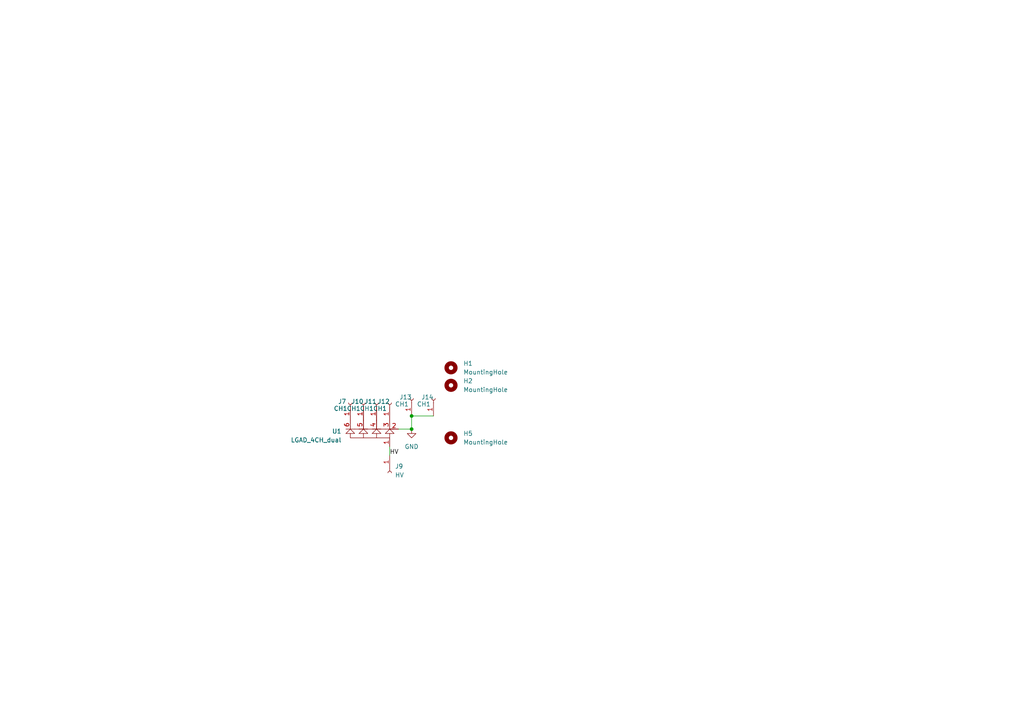
<source format=kicad_sch>
(kicad_sch (version 20230121) (generator eeschema)
  (paper "A4")
  (title_block (title "LGAD carrier board compatible with Chubut 2") (date "2022-08-15") (company "Universität Zürich") (comment 1 "Matias Senger"))
  (lib_symbols
    (symbol "Connector:Conn_01x01_Female" (pin_names (offset 1.016) hide)
      (property "Reference" "J" (at 0 2.54 0))
      (property "Value" "Conn_01x01_Female" (at 0 -2.54 0))
      (symbol "Conn_01x01_Female_1_1"
        (polyline (pts (xy -1.27 0) (xy -0.508 0)) (stroke (width 0.1524)))
        (arc (start 0 0.508) (mid -0.5058 0) (end 0 -0.508) (stroke (width 0.1524)))
        (pin passive line (at -5.08 0 0) (length 3.81) (name "Pin_1") (number "1"))
      )
    )
    (symbol "LGAD:LGAD_4_pad"
      (property "Reference" "U" (at 2.5303 -1.8112 0))
      (property "Value" "LGAD_4CH_dual" (at 9.285 -3.9605 0))
      (symbol "LGAD_4_pad_0_1"
        (polyline (pts (xy -12.7 2.54) (xy -10.16 2.54)))
        (polyline (pts (xy -10.16 2.54) (xy -1.27 2.54)))
        (polyline (pts (xy -8.89 2.54) (xy -6.35 2.54)))
        (polyline (pts (xy -7.62 0) (xy -7.62 1.27)))
        (polyline (pts (xy -5.08 2.54) (xy -2.54 2.54)))
        (polyline (pts (xy -3.81 0) (xy -3.81 1.27)))
        (polyline (pts (xy -1.27 2.54) (xy 1.27 2.54)))
        (polyline (pts (xy -12.7 1.27) (xy -10.16 1.27) (xy -11.43 2.54) (xy -12.7 1.27)))
        (polyline (pts (xy -11.43 1.27) (xy -11.43 0) (xy 0 0) (xy 0 1.27)))
        (polyline (pts (xy -8.89 1.27) (xy -6.35 1.27) (xy -7.62 2.54) (xy -8.89 1.27)))
        (polyline (pts (xy -5.08 1.27) (xy -2.54 1.27) (xy -3.81 2.54) (xy -5.08 1.27)))
        (polyline (pts (xy -1.27 1.27) (xy 1.27 1.27) (xy 0 2.54) (xy -1.27 1.27)))
      )
      (symbol "LGAD_4_pad_1_1"
        (pin unspecified line (at 0 -2.54 90) (length 2.54) (name "") (number "1"))
        (pin unspecified line (at 2.54 2.54 180) (length 2.54) (name "") (number "2"))
        (pin unspecified line (at 0 5.08 270) (length 2.54) (name "") (number "3"))
        (pin unspecified line (at -3.81 5.08 270) (length 2.54) (name "") (number "4"))
        (pin unspecified line (at -7.62 5.08 270) (length 2.54) (name "") (number "5"))
        (pin unspecified line (at -11.43 5.08 270) (length 2.54) (name "") (number "6"))
      )
    )
    (symbol "Mechanical:MountingHole" (pin_names (offset 1.016))
      (property "Reference" "H" (at 0 5.08 0))
      (property "Value" "MountingHole" (at 0 3.175 0))
      (symbol "MountingHole_0_1"
        (circle (center 0 0) (radius 1.27) (stroke (width 1.27)))
      )
    )
    (symbol "power:GND" (power) (pin_names (offset 0))
      (property "Value" "GND" (at 0 -3.81 0))
      (symbol "GND_0_1"
        (polyline (pts (xy 0 0) (xy 0 -1.27) (xy 1.27 -1.27) (xy 0 -2.54) (xy -1.27 -1.27) (xy 0 -1.27)))
      )
      (symbol "GND_1_1"
        (pin power_in line (at 0 0 270) (length 0) hide (name "GND") (number "1"))
      )
    )
  )
  (junction (at 119.38 120.65))
  (junction (at 119.38 124.46))
  (wire (pts (xy 113.03 129.54) (xy 113.03 132.08)))
  (wire (pts (xy 115.57 124.46) (xy 119.38 124.46)))
  (wire (pts (xy 119.38 120.65) (xy 125.73 120.65)))
  (wire (pts (xy 119.38 124.46) (xy 119.38 120.65)))
  (label "HV" (at 113.03 132.08 0))
  (symbol (lib_id "Mechanical:MountingHole") (at 130.81 106.68 0) (unit 1)
    (property "Reference" "H1" (at 134.366 105.4099 0) (effects (justify left)))
    (property "Value" "MountingHole" (at 134.366 107.9499 0) (effects (justify left)))
    (property "Footprint" "chubut:MILL-MAX_7625-0-00-15-00-00-03-0_alignment_hole" (effects hide))
  )
  (symbol (lib_id "Mechanical:MountingHole") (at 130.81 127 0) (unit 1)
    (property "Reference" "H5" (at 134.366 125.7299 0) (effects (justify left)))
    (property "Value" "MountingHole" (at 134.366 128.2699 0) (effects (justify left)))
    (property "Footprint" "chubut:MILL-MAX_7625-0-00-15-00-00-03-0_alignment_hole" (effects hide))
  )
  (symbol (lib_id "Connector:Conn_01x01_Female") (at 113.03 137.16 270) (unit 1)
    (property "Reference" "J9" (at 114.554 135.2549 90) (effects (justify left)))
    (property "Value" "HV" (at 114.554 137.7949 90) (effects (justify left)))
    (property "Footprint" "chubut:MILL-MAX_0965-0-15-20-80-14-11-0_contact" (effects hide))
  )
  (symbol (lib_id "Mechanical:MountingHole") (at 130.81 111.76 0) (unit 1)
    (property "Reference" "H2" (at 134.366 110.4899 0) (effects (justify left)))
    (property "Value" "MountingHole" (at 134.366 113.0299 0) (effects (justify left)))
    (property "Footprint" "chubut:MILL-MAX_7625-0-00-15-00-00-03-0_alignment_hole" (effects hide))
  )
  (symbol (lib_id "Connector:Conn_01x01_Female") (at 119.38 115.57 90) (unit 1)
    (property "Reference" "J13" (at 115.824 115.1889 90) (effects (justify right)))
    (property "Value" "CH1" (at 114.554 117.2209 90) (effects (justify right)))
    (property "Footprint" "chubut:MILL-MAX_0965-0-15-20-80-14-11-0_contact" (effects hide))
  )
  (symbol (lib_id "Connector:Conn_01x01_Female") (at 101.6 116.84 90) (unit 1)
    (property "Reference" "J7" (at 98.044 116.4589 90) (effects (justify right)))
    (property "Value" "CH1" (at 96.774 118.4909 90) (effects (justify right)))
    (property "Footprint" "chubut:MILL-MAX_0965-0-15-20-80-14-11-0_contact" (effects hide))
  )
  (symbol (lib_id "LGAD:LGAD_4_pad") (at 113.03 127 0) (unit 1)
    (property "Reference" "U1" (at 99.06 125.095 0) (effects (justify right)))
    (property "Value" "LGAD_4CH_dual" (at 99.06 127.635 0) (effects (justify right)))
    (property "Footprint" "chubut:CMS_ETL_16x16" (effects hide))
  )
  (symbol (lib_id "Connector:Conn_01x01_Female") (at 125.73 115.57 90) (unit 1)
    (property "Reference" "J14" (at 122.174 115.1889 90) (effects (justify right)))
    (property "Value" "CH1" (at 120.904 117.2209 90) (effects (justify right)))
    (property "Footprint" "chubut:MILL-MAX_0965-0-15-20-80-14-11-0_contact" (effects hide))
  )
  (symbol (lib_id "Connector:Conn_01x01_Female") (at 105.41 116.84 90) (unit 1)
    (property "Reference" "J10" (at 101.854 116.4589 90) (effects (justify right)))
    (property "Value" "CH1" (at 100.584 118.4909 90) (effects (justify right)))
    (property "Footprint" "chubut:MILL-MAX_0965-0-15-20-80-14-11-0_contact" (effects hide))
  )
  (symbol (lib_id "Connector:Conn_01x01_Female") (at 113.03 116.84 90) (unit 1)
    (property "Reference" "J12" (at 109.474 116.4589 90) (effects (justify right)))
    (property "Value" "CH1" (at 108.204 118.4909 90) (effects (justify right)))
    (property "Footprint" "chubut:MILL-MAX_0965-0-15-20-80-14-11-0_contact" (effects hide))
  )
  (symbol (lib_id "power:GND") (at 119.38 124.46 0) (unit 1)
    (property "Reference" "#PWR01" (effects hide))
    (property "Value" "GND" (at 119.38 129.54 0))
  )
  (symbol (lib_id "Connector:Conn_01x01_Female") (at 109.22 116.84 90) (unit 1)
    (property "Reference" "J11" (at 105.664 116.4589 90) (effects (justify right)))
    (property "Value" "CH1" (at 104.394 118.4909 90) (effects (justify right)))
    (property "Footprint" "chubut:MILL-MAX_0965-0-15-20-80-14-11-0_contact" (effects hide))
  )
)
</source>
